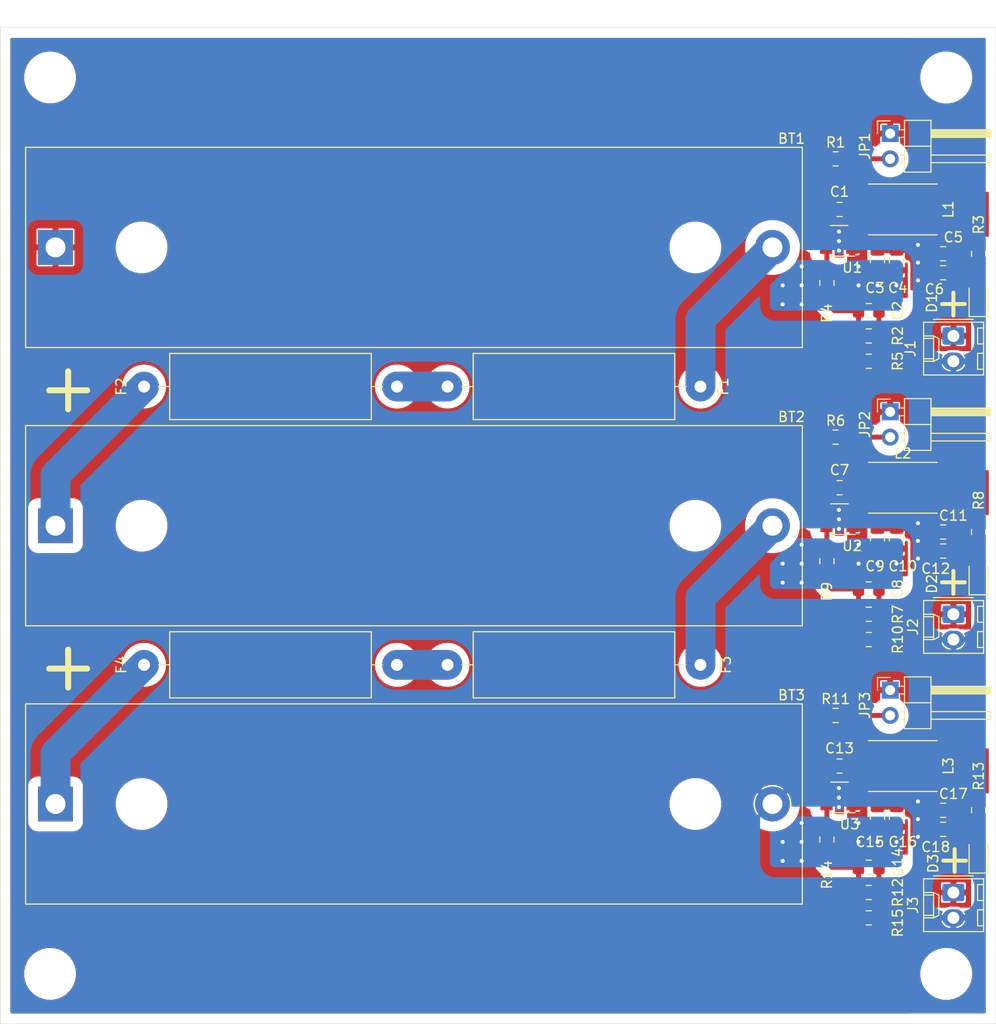
<source format=kicad_pcb>
(kicad_pcb (version 20171130) (host pcbnew 5.1.4)
  (layers (0 F.Cu signal hide) (31 B.Cu signal hide) (34 B.Paste user) (35 F.Paste user) (36 B.SilkS user) (37 F.SilkS user) (38 B.Mask user) (39 F.Mask user) (44 Edge.Cuts user))
  (net 0 "")
  (net 1 VDC)
  (net 2 "Net-(BT1-Pad2)")
  (net 3 "Net-(BT2-Pad2)")
  (net 4 GND)
  (net 5 "Net-(C1-Pad2)")
  (net 6 "Net-(C2-Pad2)")
  (net 7 "Net-(C7-Pad2)")
  (net 8 "Net-(C8-Pad2)")
  (net 9 "Net-(C13-Pad2)")
  (net 10 "Net-(C14-Pad2)")
  (net 11 "Net-(D1-Pad2)")
  (net 12 "Net-(D2-Pad2)")
  (net 13 "Net-(D3-Pad2)")
  (net 14 "Net-(JP1-Pad2)")
  (net 15 "Net-(JP2-Pad2)")
  (net 16 "Net-(JP3-Pad2)")
  (net 17 "Net-(R1-Pad1)")
  (net 18 "Net-(R6-Pad1)")
  (net 19 "Net-(R11-Pad1)")
  (net 20 /VOUT1)
  (net 21 /VOUT2)
  (net 22 /VOUT3)
  (net 23 /SW1)
  (net 24 /SW2)
  (net 25 /SW3)
  (net 26 /FB1)
  (net 27 /FB2)
  (net 28 /FB3)
  (net 29 "Net-(BT2-Pad1)")
  (net 30 "Net-(BT3-Pad1)")
  (net 31 "Net-(F1-Pad2)")
  (net 32 "Net-(F3-Pad2)")
  (module Resistor_THT:R_Axial_Power_L20.0mm_W6.4mm_P25.40mm (layer F.Cu) (at 139.84 113.97 180)
    (fp_text reference F4 (at 27.686 0 90) (layer F.SilkS))
    (fp_text value 3.15A)
    (pad 2 thru_hole oval (at 25.4 0 180) (size 2.4 2.4) (drill 1.2) (layers *.Cu *.Mask) (net 30 "Net-(BT3-Pad1)"))
    (pad 1 thru_hole circle (at 0 0 180) (size 2.4 2.4) (drill 1.2) (layers *.Cu *.Mask) (net 32 "Net-(F3-Pad2)"))
  )
  (module Resistor_THT:R_Axial_Power_L20.0mm_W6.4mm_P25.40mm (layer F.Cu) (at 170.32 113.97 180)
    (fp_text reference F3 (at -2.54 0 90) (layer F.SilkS))
    (fp_text value 85°C)
    (pad 2 thru_hole oval (at 25.4 0 180) (size 2.4 2.4) (drill 1.2) (layers *.Cu *.Mask) (net 32 "Net-(F3-Pad2)"))
    (pad 1 thru_hole circle (at 0 0 180) (size 2.4 2.4) (drill 1.2) (layers *.Cu *.Mask) (net 3 "Net-(BT2-Pad2)"))
  )
  (module Resistor_THT:R_Axial_Power_L20.0mm_W6.4mm_P25.40mm (layer F.Cu) (at 139.84 86.03 180)
    (fp_text reference F2 (at 27.686 0 90) (layer F.SilkS))
    (fp_text value 3.15A)
    (pad 2 thru_hole oval (at 25.4 0 180) (size 2.4 2.4) (drill 1.2) (layers *.Cu *.Mask) (net 29 "Net-(BT2-Pad1)"))
    (pad 1 thru_hole circle (at 0 0 180) (size 2.4 2.4) (drill 1.2) (layers *.Cu *.Mask) (net 31 "Net-(F1-Pad2)"))
  )
  (module Resistor_THT:R_Axial_Power_L20.0mm_W6.4mm_P25.40mm (layer F.Cu) (at 170.32 86.03 180)
    (fp_text reference F1 (at -2.286 0 90) (layer F.SilkS))
    (fp_text value 85°C)
    (pad 2 thru_hole oval (at 25.4 0 180) (size 2.4 2.4) (drill 1.2) (layers *.Cu *.Mask) (net 31 "Net-(F1-Pad2)"))
    (pad 1 thru_hole circle (at 0 0 180) (size 2.4 2.4) (drill 1.2) (layers *.Cu *.Mask) (net 2 "Net-(BT1-Pad2)"))
  )
  (module Package_TO_SOT_SMD:TSOT-23-6 (layer F.Cu) (at 184.29 127.305 180)
    (fp_text reference U3 (at -1.016 -2.667) (layer F.SilkS))
    (fp_text value AP65111AWU)
    (pad 6 smd rect (at 1.31 -0.95 180) (size 1.22 0.65) (layers F.Cu F.Paste F.Mask) (net 28 /FB3))
    (pad 5 smd rect (at 1.31 0 180) (size 1.22 0.65) (layers F.Cu F.Paste F.Mask) (net 19 "Net-(R11-Pad1)"))
    (pad 4 smd rect (at 1.31 0.95 180) (size 1.22 0.65) (layers F.Cu F.Paste F.Mask) (net 9 "Net-(C13-Pad2)"))
    (pad 3 smd rect (at -1.31 0.95 180) (size 1.22 0.65) (layers F.Cu F.Paste F.Mask) (net 25 /SW3))
    (pad 2 smd rect (at -1.31 0 180) (size 1.22 0.65) (layers F.Cu F.Paste F.Mask) (net 4 GND))
    (pad 1 smd rect (at -1.31 -0.95 180) (size 1.22 0.65) (layers F.Cu F.Paste F.Mask) (net 1 VDC))
  )
  (module Package_TO_SOT_SMD:TSOT-23-6 (layer F.Cu) (at 184.29 99.365 180)
    (fp_text reference U2 (at -1.27 -2.667) (layer F.SilkS))
    (fp_text value AP65111AWU)
    (pad 6 smd rect (at 1.31 -0.95 180) (size 1.22 0.65) (layers F.Cu F.Paste F.Mask) (net 27 /FB2))
    (pad 5 smd rect (at 1.31 0 180) (size 1.22 0.65) (layers F.Cu F.Paste F.Mask) (net 18 "Net-(R6-Pad1)"))
    (pad 4 smd rect (at 1.31 0.95 180) (size 1.22 0.65) (layers F.Cu F.Paste F.Mask) (net 7 "Net-(C7-Pad2)"))
    (pad 3 smd rect (at -1.31 0.95 180) (size 1.22 0.65) (layers F.Cu F.Paste F.Mask) (net 24 /SW2))
    (pad 2 smd rect (at -1.31 0 180) (size 1.22 0.65) (layers F.Cu F.Paste F.Mask) (net 4 GND))
    (pad 1 smd rect (at -1.31 -0.95 180) (size 1.22 0.65) (layers F.Cu F.Paste F.Mask) (net 1 VDC))
  )
  (module Package_TO_SOT_SMD:TSOT-23-6 (layer F.Cu) (at 184.25 71.425 180)
    (fp_text reference U1 (at -1.31 -2.667) (layer F.SilkS))
    (fp_text value AP65111AWU)
    (pad 6 smd rect (at 1.31 -0.95 180) (size 1.22 0.65) (layers F.Cu F.Paste F.Mask) (net 26 /FB1))
    (pad 5 smd rect (at 1.31 0 180) (size 1.22 0.65) (layers F.Cu F.Paste F.Mask) (net 17 "Net-(R1-Pad1)"))
    (pad 4 smd rect (at 1.31 0.95 180) (size 1.22 0.65) (layers F.Cu F.Paste F.Mask) (net 5 "Net-(C1-Pad2)"))
    (pad 3 smd rect (at -1.31 0.95 180) (size 1.22 0.65) (layers F.Cu F.Paste F.Mask) (net 23 /SW1))
    (pad 2 smd rect (at -1.31 0 180) (size 1.22 0.65) (layers F.Cu F.Paste F.Mask) (net 4 GND))
    (pad 1 smd rect (at -1.31 -0.95 180) (size 1.22 0.65) (layers F.Cu F.Paste F.Mask) (net 1 VDC))
  )
  (module Resistor_SMD:R_0805_2012Metric_Pad1.15x1.40mm_HandSolder (layer F.Cu) (at 187.22 139.37)
    (fp_text reference R15 (at 2.912 0.508 90) (layer F.SilkS))
    (fp_text value 7k68)
    (pad 2 smd roundrect (at 1.025 0) (size 1.15 1.4) (layers F.Cu F.Paste F.Mask) (roundrect_rratio 0.217391) (net 4 GND))
    (pad 1 smd roundrect (at -1.025 0) (size 1.15 1.4) (layers F.Cu F.Paste F.Mask) (roundrect_rratio 0.217391) (net 10 "Net-(C14-Pad2)"))
  )
  (module Resistor_SMD:R_0805_2012Metric_Pad1.15x1.40mm_HandSolder (layer F.Cu) (at 183.02 131.505 90)
    (fp_text reference R14 (at -3.547 0 90) (layer F.SilkS))
    (fp_text value 59k)
    (pad 2 smd roundrect (at 1.025 0 90) (size 1.15 1.4) (layers F.Cu F.Paste F.Mask) (roundrect_rratio 0.217391) (net 28 /FB3))
    (pad 1 smd roundrect (at -1.025 0 90) (size 1.15 1.4) (layers F.Cu F.Paste F.Mask) (roundrect_rratio 0.217391) (net 10 "Net-(C14-Pad2)"))
  )
  (module Resistor_SMD:R_0805_2012Metric_Pad1.15x1.40mm_HandSolder (layer F.Cu) (at 198.26 128.575 270)
    (fp_text reference R13 (at -3.429 0 90) (layer F.SilkS))
    (fp_text value 2k)
    (pad 2 smd roundrect (at 1.025 0 270) (size 1.15 1.4) (layers F.Cu F.Paste F.Mask) (roundrect_rratio 0.217391) (net 13 "Net-(D3-Pad2)"))
    (pad 1 smd roundrect (at -1.025 0 270) (size 1.15 1.4) (layers F.Cu F.Paste F.Mask) (roundrect_rratio 0.217391) (net 22 /VOUT3))
  )
  (module Resistor_SMD:R_0805_2012Metric_Pad1.15x1.40mm_HandSolder (layer F.Cu) (at 187.22 136.83 180)
    (fp_text reference R12 (at -2.912 0 90) (layer F.SilkS))
    (fp_text value 40k2)
    (pad 2 smd roundrect (at 1.025 0 180) (size 1.15 1.4) (layers F.Cu F.Paste F.Mask) (roundrect_rratio 0.217391) (net 10 "Net-(C14-Pad2)"))
    (pad 1 smd roundrect (at -1.025 0 180) (size 1.15 1.4) (layers F.Cu F.Paste F.Mask) (roundrect_rratio 0.217391) (net 22 /VOUT3))
  )
  (module Resistor_SMD:R_0805_2012Metric_Pad1.15x1.40mm_HandSolder (layer F.Cu) (at 183.9 119.05)
    (fp_text reference R11 (at 0 -1.65) (layer F.SilkS))
    (fp_text value 100k)
    (pad 2 smd roundrect (at 1.025 0) (size 1.15 1.4) (layers F.Cu F.Paste F.Mask) (roundrect_rratio 0.217391) (net 16 "Net-(JP3-Pad2)"))
    (pad 1 smd roundrect (at -1.025 0) (size 1.15 1.4) (layers F.Cu F.Paste F.Mask) (roundrect_rratio 0.217391) (net 19 "Net-(R11-Pad1)"))
  )
  (module Resistor_SMD:R_0805_2012Metric_Pad1.15x1.40mm_HandSolder (layer F.Cu) (at 187.22 111.43)
    (fp_text reference R10 (at 2.912 0 90) (layer F.SilkS))
    (fp_text value 7k68)
    (pad 2 smd roundrect (at 1.025 0) (size 1.15 1.4) (layers F.Cu F.Paste F.Mask) (roundrect_rratio 0.217391) (net 4 GND))
    (pad 1 smd roundrect (at -1.025 0) (size 1.15 1.4) (layers F.Cu F.Paste F.Mask) (roundrect_rratio 0.217391) (net 8 "Net-(C8-Pad2)"))
  )
  (module Resistor_SMD:R_0805_2012Metric_Pad1.15x1.40mm_HandSolder (layer F.Cu) (at 183.02 103.565 90)
    (fp_text reference R9 (at -3.039 0 90) (layer F.SilkS))
    (fp_text value 59k)
    (pad 2 smd roundrect (at 1.025 0 90) (size 1.15 1.4) (layers F.Cu F.Paste F.Mask) (roundrect_rratio 0.217391) (net 27 /FB2))
    (pad 1 smd roundrect (at -1.025 0 90) (size 1.15 1.4) (layers F.Cu F.Paste F.Mask) (roundrect_rratio 0.217391) (net 8 "Net-(C8-Pad2)"))
  )
  (module Resistor_SMD:R_0805_2012Metric_Pad1.15x1.40mm_HandSolder (layer F.Cu) (at 198.26 100.635 270)
    (fp_text reference R8 (at -3.175 0 90) (layer F.SilkS))
    (fp_text value 2k)
    (pad 2 smd roundrect (at 1.025 0 270) (size 1.15 1.4) (layers F.Cu F.Paste F.Mask) (roundrect_rratio 0.217391) (net 12 "Net-(D2-Pad2)"))
    (pad 1 smd roundrect (at -1.025 0 270) (size 1.15 1.4) (layers F.Cu F.Paste F.Mask) (roundrect_rratio 0.217391) (net 21 /VOUT2))
  )
  (module Resistor_SMD:R_0805_2012Metric_Pad1.15x1.40mm_HandSolder (layer F.Cu) (at 187.22 108.89 180)
    (fp_text reference R7 (at -2.912 0 90) (layer F.SilkS))
    (fp_text value 40k2)
    (pad 2 smd roundrect (at 1.025 0 180) (size 1.15 1.4) (layers F.Cu F.Paste F.Mask) (roundrect_rratio 0.217391) (net 8 "Net-(C8-Pad2)"))
    (pad 1 smd roundrect (at -1.025 0 180) (size 1.15 1.4) (layers F.Cu F.Paste F.Mask) (roundrect_rratio 0.217391) (net 21 /VOUT2))
  )
  (module Resistor_SMD:R_0805_2012Metric_Pad1.15x1.40mm_HandSolder (layer F.Cu) (at 183.9 91.11)
    (fp_text reference R6 (at 0 -1.65) (layer F.SilkS))
    (fp_text value 100k)
    (pad 2 smd roundrect (at 1.025 0) (size 1.15 1.4) (layers F.Cu F.Paste F.Mask) (roundrect_rratio 0.217391) (net 15 "Net-(JP2-Pad2)"))
    (pad 1 smd roundrect (at -1.025 0) (size 1.15 1.4) (layers F.Cu F.Paste F.Mask) (roundrect_rratio 0.217391) (net 18 "Net-(R6-Pad1)"))
  )
  (module Resistor_SMD:R_0805_2012Metric_Pad1.15x1.40mm_HandSolder (layer F.Cu) (at 187.22 83.49)
    (fp_text reference R5 (at 2.912 0 90) (layer F.SilkS))
    (fp_text value 7k68)
    (pad 2 smd roundrect (at 1.025 0) (size 1.15 1.4) (layers F.Cu F.Paste F.Mask) (roundrect_rratio 0.217391) (net 4 GND))
    (pad 1 smd roundrect (at -1.025 0) (size 1.15 1.4) (layers F.Cu F.Paste F.Mask) (roundrect_rratio 0.217391) (net 6 "Net-(C2-Pad2)"))
  )
  (module Resistor_SMD:R_0805_2012Metric_Pad1.15x1.40mm_HandSolder (layer F.Cu) (at 183.02 75.625 90)
    (fp_text reference R4 (at -3.039 0 90) (layer F.SilkS))
    (fp_text value 59k)
    (pad 2 smd roundrect (at 1.025 0 90) (size 1.15 1.4) (layers F.Cu F.Paste F.Mask) (roundrect_rratio 0.217391) (net 26 /FB1))
    (pad 1 smd roundrect (at -1.025 0 90) (size 1.15 1.4) (layers F.Cu F.Paste F.Mask) (roundrect_rratio 0.217391) (net 6 "Net-(C2-Pad2)"))
  )
  (module Resistor_SMD:R_0805_2012Metric_Pad1.15x1.40mm_HandSolder (layer F.Cu) (at 198.26 72.695 270)
    (fp_text reference R3 (at -2.921 0 90) (layer F.SilkS))
    (fp_text value 2k)
    (pad 2 smd roundrect (at 1.025 0 270) (size 1.15 1.4) (layers F.Cu F.Paste F.Mask) (roundrect_rratio 0.217391) (net 11 "Net-(D1-Pad2)"))
    (pad 1 smd roundrect (at -1.025 0 270) (size 1.15 1.4) (layers F.Cu F.Paste F.Mask) (roundrect_rratio 0.217391) (net 20 /VOUT1))
  )
  (module Resistor_SMD:R_0805_2012Metric_Pad1.15x1.40mm_HandSolder (layer F.Cu) (at 187.22 80.95 180)
    (fp_text reference R2 (at -2.912 0 90) (layer F.SilkS))
    (fp_text value 40k2)
    (pad 2 smd roundrect (at 1.025 0 180) (size 1.15 1.4) (layers F.Cu F.Paste F.Mask) (roundrect_rratio 0.217391) (net 6 "Net-(C2-Pad2)"))
    (pad 1 smd roundrect (at -1.025 0 180) (size 1.15 1.4) (layers F.Cu F.Paste F.Mask) (roundrect_rratio 0.217391) (net 20 /VOUT1))
  )
  (module Resistor_SMD:R_0805_2012Metric_Pad1.15x1.40mm_HandSolder (layer F.Cu) (at 183.9 63.17)
    (fp_text reference R1 (at 0 -1.65) (layer F.SilkS))
    (fp_text value 100k)
    (pad 2 smd roundrect (at 1.025 0) (size 1.15 1.4) (layers F.Cu F.Paste F.Mask) (roundrect_rratio 0.217391) (net 14 "Net-(JP1-Pad2)"))
    (pad 1 smd roundrect (at -1.025 0) (size 1.15 1.4) (layers F.Cu F.Paste F.Mask) (roundrect_rratio 0.217391) (net 17 "Net-(R1-Pad1)"))
  )
  (module Inductor_SMD:L_Taiyo-Yuden_NR-50xx_HandSoldering (layer F.Cu) (at 190.64 124.13)
    (fp_text reference L3 (at 4.572 0 90) (layer F.SilkS))
    (fp_text value 6µ8)
    (pad 2 smd rect (at 2.25 0) (size 2.4 4.2) (layers F.Cu F.Paste F.Mask) (net 22 /VOUT3))
    (pad 1 smd rect (at -2.25 0) (size 2.4 4.2) (layers F.Cu F.Paste F.Mask) (net 25 /SW3))
  )
  (module Inductor_SMD:L_Taiyo-Yuden_NR-50xx_HandSoldering (layer F.Cu) (at 190.64 96.19)
    (fp_text reference L2 (at 0 -3.45) (layer F.SilkS))
    (fp_text value 6µ8)
    (pad 2 smd rect (at 2.25 0) (size 2.4 4.2) (layers F.Cu F.Paste F.Mask) (net 21 /VOUT2))
    (pad 1 smd rect (at -2.25 0) (size 2.4 4.2) (layers F.Cu F.Paste F.Mask) (net 24 /SW2))
  )
  (module Inductor_SMD:L_Taiyo-Yuden_NR-50xx_HandSoldering (layer F.Cu) (at 190.64 68.25)
    (fp_text reference L1 (at 4.572 0 90) (layer F.SilkS))
    (fp_text value 6µ8)
    (pad 2 smd rect (at 2.25 0) (size 2.4 4.2) (layers F.Cu F.Paste F.Mask) (net 20 /VOUT1))
    (pad 1 smd rect (at -2.25 0) (size 2.4 4.2) (layers F.Cu F.Paste F.Mask) (net 23 /SW1))
  )
  (module Connector_PinHeader_2.54mm:PinHeader_1x02_P2.54mm_Horizontal (layer F.Cu) (at 189.37 116.51)
    (fp_text reference JP3 (at -2.54 1.524 90) (layer F.SilkS))
    (fp_text value ON)
    (pad 2 thru_hole oval (at 0 2.54) (size 1.7 1.7) (drill 1) (layers *.Cu *.Mask) (net 16 "Net-(JP3-Pad2)"))
    (pad 1 thru_hole rect (at 0 0) (size 1.7 1.7) (drill 1) (layers *.Cu *.Mask) (net 1 VDC))
  )
  (module Connector_PinHeader_2.54mm:PinHeader_1x02_P2.54mm_Horizontal (layer F.Cu) (at 189.37 88.57)
    (fp_text reference JP2 (at -2.54 1.27 90) (layer F.SilkS))
    (fp_text value ON)
    (pad 2 thru_hole oval (at 0 2.54) (size 1.7 1.7) (drill 1) (layers *.Cu *.Mask) (net 15 "Net-(JP2-Pad2)"))
    (pad 1 thru_hole rect (at 0 0) (size 1.7 1.7) (drill 1) (layers *.Cu *.Mask) (net 1 VDC))
  )
  (module Connector_PinHeader_2.54mm:PinHeader_1x02_P2.54mm_Horizontal (layer F.Cu) (at 189.37 60.63)
    (fp_text reference JP1 (at -2.54 1.27 90) (layer F.SilkS))
    (fp_text value ON)
    (pad 2 thru_hole oval (at 0 2.54) (size 1.7 1.7) (drill 1) (layers *.Cu *.Mask) (net 14 "Net-(JP1-Pad2)"))
    (pad 1 thru_hole rect (at 0 0) (size 1.7 1.7) (drill 1) (layers *.Cu *.Mask) (net 1 VDC))
  )
  (module Connector_Molex:Molex_KK-254_AE-6410-02A_1x02_P2.54mm_Vertical (layer F.Cu) (at 195.72 136.83 270)
    (fp_text reference J3 (at 1.27 4.064 90) (layer F.SilkS))
    (fp_text value OUT)
    (pad 2 thru_hole oval (at 2.54 0 270) (size 1.74 2.2) (drill 1.2) (layers *.Cu *.Mask) (net 4 GND))
    (pad 1 thru_hole roundrect (at 0 0 270) (size 1.74 2.2) (drill 1.2) (layers *.Cu *.Mask) (roundrect_rratio 0.143678) (net 22 /VOUT3))
  )
  (module Connector_Molex:Molex_KK-254_AE-6410-02A_1x02_P2.54mm_Vertical (layer F.Cu) (at 195.72 108.89 270)
    (fp_text reference J2 (at 1.27 4.064 90) (layer F.SilkS))
    (fp_text value OUT)
    (pad 2 thru_hole oval (at 2.54 0 270) (size 1.74 2.2) (drill 1.2) (layers *.Cu *.Mask) (net 4 GND))
    (pad 1 thru_hole roundrect (at 0 0 270) (size 1.74 2.2) (drill 1.2) (layers *.Cu *.Mask) (roundrect_rratio 0.143678) (net 21 /VOUT2))
  )
  (module Connector_Molex:Molex_KK-254_AE-6410-02A_1x02_P2.54mm_Vertical (layer F.Cu) (at 195.72 80.95 270)
    (fp_text reference J1 (at 1.27 4.318 90) (layer F.SilkS))
    (fp_text value OUT)
    (pad 2 thru_hole oval (at 2.54 0 270) (size 1.74 2.2) (drill 1.2) (layers *.Cu *.Mask) (net 4 GND))
    (pad 1 thru_hole roundrect (at 0 0 270) (size 1.74 2.2) (drill 1.2) (layers *.Cu *.Mask) (roundrect_rratio 0.143678) (net 20 /VOUT1))
  )
  (module LED_SMD:LED_0805_2012Metric_Pad1.15x1.40mm_HandSolder (layer F.Cu) (at 198.26 133.02 90)
    (fp_text reference D3 (at -0.889 -4.572 90) (layer F.SilkS))
    (fp_text value LED)
    (pad 2 smd roundrect (at 1.025 0 90) (size 1.15 1.4) (layers F.Cu F.Paste F.Mask) (roundrect_rratio 0.217391) (net 13 "Net-(D3-Pad2)"))
    (pad 1 smd roundrect (at -1.025 0 90) (size 1.15 1.4) (layers F.Cu F.Paste F.Mask) (roundrect_rratio 0.217391) (net 4 GND))
  )
  (module LED_SMD:LED_0805_2012Metric_Pad1.15x1.40mm_HandSolder (layer F.Cu) (at 198.26 105.08 90)
    (fp_text reference D2 (at -0.762 -4.699 90) (layer F.SilkS))
    (fp_text value LED)
    (pad 2 smd roundrect (at 1.025 0 90) (size 1.15 1.4) (layers F.Cu F.Paste F.Mask) (roundrect_rratio 0.217391) (net 12 "Net-(D2-Pad2)"))
    (pad 1 smd roundrect (at -1.025 0 90) (size 1.15 1.4) (layers F.Cu F.Paste F.Mask) (roundrect_rratio 0.217391) (net 4 GND))
  )
  (module LED_SMD:LED_0805_2012Metric_Pad1.15x1.40mm_HandSolder (layer F.Cu) (at 198.26 77.14 90)
    (fp_text reference D1 (at -0.508 -4.699 90) (layer F.SilkS))
    (fp_text value LED)
    (pad 2 smd roundrect (at 1.025 0 90) (size 1.15 1.4) (layers F.Cu F.Paste F.Mask) (roundrect_rratio 0.217391) (net 11 "Net-(D1-Pad2)"))
    (pad 1 smd roundrect (at -1.025 0 90) (size 1.15 1.4) (layers F.Cu F.Paste F.Mask) (roundrect_rratio 0.217391) (net 4 GND))
  )
  (module Capacitor_SMD:C_0805_2012Metric_Pad1.15x1.40mm_HandSolder (layer F.Cu) (at 194.695 130.48 180)
    (fp_text reference C18 (at 0.753 -1.778) (layer F.SilkS))
    (fp_text value 22µ)
    (pad 2 smd roundrect (at 1.025 0 180) (size 1.15 1.4) (layers F.Cu F.Paste F.Mask) (roundrect_rratio 0.217391) (net 4 GND))
    (pad 1 smd roundrect (at -1.025 0 180) (size 1.15 1.4) (layers F.Cu F.Paste F.Mask) (roundrect_rratio 0.217391) (net 22 /VOUT3))
  )
  (module Capacitor_SMD:C_0805_2012Metric_Pad1.15x1.40mm_HandSolder (layer F.Cu) (at 194.695 128.575 180)
    (fp_text reference C17 (at -1.025 1.651) (layer F.SilkS))
    (fp_text value 22µ)
    (pad 2 smd roundrect (at 1.025 0 180) (size 1.15 1.4) (layers F.Cu F.Paste F.Mask) (roundrect_rratio 0.217391) (net 4 GND))
    (pad 1 smd roundrect (at -1.025 0 180) (size 1.15 1.4) (layers F.Cu F.Paste F.Mask) (roundrect_rratio 0.217391) (net 22 /VOUT3))
  )
  (module Capacitor_SMD:C_0805_2012Metric_Pad1.15x1.40mm_HandSolder (layer F.Cu) (at 190.005 129.21 90)
    (fp_text reference C16 (at -2.54 0.635 180) (layer F.SilkS))
    (fp_text value 22µ)
    (pad 2 smd roundrect (at 1.025 0 90) (size 1.15 1.4) (layers F.Cu F.Paste F.Mask) (roundrect_rratio 0.217391) (net 4 GND))
    (pad 1 smd roundrect (at -1.025 0 90) (size 1.15 1.4) (layers F.Cu F.Paste F.Mask) (roundrect_rratio 0.217391) (net 1 VDC))
  )
  (module Capacitor_SMD:C_0805_2012Metric_Pad1.15x1.40mm_HandSolder (layer F.Cu) (at 188.1 129.21 90)
    (fp_text reference C15 (at -2.54 -0.762 180) (layer F.SilkS))
    (fp_text value 22µ)
    (pad 2 smd roundrect (at 1.025 0 90) (size 1.15 1.4) (layers F.Cu F.Paste F.Mask) (roundrect_rratio 0.217391) (net 4 GND))
    (pad 1 smd roundrect (at -1.025 0 90) (size 1.15 1.4) (layers F.Cu F.Paste F.Mask) (roundrect_rratio 0.217391) (net 1 VDC))
  )
  (module Capacitor_SMD:C_0805_2012Metric_Pad1.15x1.40mm_HandSolder (layer F.Cu) (at 187.22 134.29 180)
    (fp_text reference C14 (at -2.912 0.508 90) (layer F.SilkS))
    (fp_text value 100p)
    (pad 2 smd roundrect (at 1.025 0 180) (size 1.15 1.4) (layers F.Cu F.Paste F.Mask) (roundrect_rratio 0.217391) (net 10 "Net-(C14-Pad2)"))
    (pad 1 smd roundrect (at -1.025 0 180) (size 1.15 1.4) (layers F.Cu F.Paste F.Mask) (roundrect_rratio 0.217391) (net 22 /VOUT3))
  )
  (module Capacitor_SMD:C_0805_2012Metric_Pad1.15x1.40mm_HandSolder (layer F.Cu) (at 184.29 124.13 180)
    (fp_text reference C13 (at 0 1.778) (layer F.SilkS))
    (fp_text value 1µ)
    (pad 2 smd roundrect (at 1.025 0 180) (size 1.15 1.4) (layers F.Cu F.Paste F.Mask) (roundrect_rratio 0.217391) (net 9 "Net-(C13-Pad2)"))
    (pad 1 smd roundrect (at -1.025 0 180) (size 1.15 1.4) (layers F.Cu F.Paste F.Mask) (roundrect_rratio 0.217391) (net 25 /SW3))
  )
  (module Capacitor_SMD:C_0805_2012Metric_Pad1.15x1.40mm_HandSolder (layer F.Cu) (at 194.695 102.54 180)
    (fp_text reference C12 (at 0.753 -1.778) (layer F.SilkS))
    (fp_text value 22µ)
    (pad 2 smd roundrect (at 1.025 0 180) (size 1.15 1.4) (layers F.Cu F.Paste F.Mask) (roundrect_rratio 0.217391) (net 4 GND))
    (pad 1 smd roundrect (at -1.025 0 180) (size 1.15 1.4) (layers F.Cu F.Paste F.Mask) (roundrect_rratio 0.217391) (net 21 /VOUT2))
  )
  (module Capacitor_SMD:C_0805_2012Metric_Pad1.15x1.40mm_HandSolder (layer F.Cu) (at 194.695 100.635 180)
    (fp_text reference C11 (at -1.025 1.651 180) (layer F.SilkS))
    (fp_text value 22µ)
    (pad 2 smd roundrect (at 1.025 0 180) (size 1.15 1.4) (layers F.Cu F.Paste F.Mask) (roundrect_rratio 0.217391) (net 4 GND))
    (pad 1 smd roundrect (at -1.025 0 180) (size 1.15 1.4) (layers F.Cu F.Paste F.Mask) (roundrect_rratio 0.217391) (net 21 /VOUT2))
  )
  (module Capacitor_SMD:C_0805_2012Metric_Pad1.15x1.40mm_HandSolder (layer F.Cu) (at 190.005 101.27 90)
    (fp_text reference C10 (at -2.794 0.635 180) (layer F.SilkS))
    (fp_text value 22µ)
    (pad 2 smd roundrect (at 1.025 0 90) (size 1.15 1.4) (layers F.Cu F.Paste F.Mask) (roundrect_rratio 0.217391) (net 4 GND))
    (pad 1 smd roundrect (at -1.025 0 90) (size 1.15 1.4) (layers F.Cu F.Paste F.Mask) (roundrect_rratio 0.217391) (net 1 VDC))
  )
  (module Capacitor_SMD:C_0805_2012Metric_Pad1.15x1.40mm_HandSolder (layer F.Cu) (at 188.1 101.27 90)
    (fp_text reference C9 (at -2.794 -0.254 180) (layer F.SilkS))
    (fp_text value 22µ)
    (pad 2 smd roundrect (at 1.025 0 90) (size 1.15 1.4) (layers F.Cu F.Paste F.Mask) (roundrect_rratio 0.217391) (net 4 GND))
    (pad 1 smd roundrect (at -1.025 0 90) (size 1.15 1.4) (layers F.Cu F.Paste F.Mask) (roundrect_rratio 0.217391) (net 1 VDC))
  )
  (module Capacitor_SMD:C_0805_2012Metric_Pad1.15x1.40mm_HandSolder (layer F.Cu) (at 187.22 106.35 180)
    (fp_text reference C8 (at -2.912 0 90) (layer F.SilkS))
    (fp_text value 100p)
    (pad 2 smd roundrect (at 1.025 0 180) (size 1.15 1.4) (layers F.Cu F.Paste F.Mask) (roundrect_rratio 0.217391) (net 8 "Net-(C8-Pad2)"))
    (pad 1 smd roundrect (at -1.025 0 180) (size 1.15 1.4) (layers F.Cu F.Paste F.Mask) (roundrect_rratio 0.217391) (net 21 /VOUT2))
  )
  (module Capacitor_SMD:C_0805_2012Metric_Pad1.15x1.40mm_HandSolder (layer F.Cu) (at 184.29 96.19 180)
    (fp_text reference C7 (at 0 1.778) (layer F.SilkS))
    (fp_text value 1µ)
    (pad 2 smd roundrect (at 1.025 0 180) (size 1.15 1.4) (layers F.Cu F.Paste F.Mask) (roundrect_rratio 0.217391) (net 7 "Net-(C7-Pad2)"))
    (pad 1 smd roundrect (at -1.025 0 180) (size 1.15 1.4) (layers F.Cu F.Paste F.Mask) (roundrect_rratio 0.217391) (net 24 /SW2))
  )
  (module Capacitor_SMD:C_0805_2012Metric_Pad1.15x1.40mm_HandSolder (layer F.Cu) (at 194.695 74.6 180)
    (fp_text reference C6 (at 0.88 -1.65) (layer F.SilkS))
    (fp_text value 22µ)
    (pad 2 smd roundrect (at 1.025 0 180) (size 1.15 1.4) (layers F.Cu F.Paste F.Mask) (roundrect_rratio 0.217391) (net 4 GND))
    (pad 1 smd roundrect (at -1.025 0 180) (size 1.15 1.4) (layers F.Cu F.Paste F.Mask) (roundrect_rratio 0.217391) (net 20 /VOUT1))
  )
  (module Capacitor_SMD:C_0805_2012Metric_Pad1.15x1.40mm_HandSolder (layer F.Cu) (at 194.695 72.695 180)
    (fp_text reference C5 (at -1.025 1.651) (layer F.SilkS))
    (fp_text value 22µ)
    (pad 2 smd roundrect (at 1.025 0 180) (size 1.15 1.4) (layers F.Cu F.Paste F.Mask) (roundrect_rratio 0.217391) (net 4 GND))
    (pad 1 smd roundrect (at -1.025 0 180) (size 1.15 1.4) (layers F.Cu F.Paste F.Mask) (roundrect_rratio 0.217391) (net 20 /VOUT1))
  )
  (module Capacitor_SMD:C_0805_2012Metric_Pad1.15x1.40mm_HandSolder (layer F.Cu) (at 190.005 73.339 90)
    (fp_text reference C4 (at -2.785 0.127 180) (layer F.SilkS))
    (fp_text value 22µ)
    (pad 2 smd roundrect (at 1.025 0 90) (size 1.15 1.4) (layers F.Cu F.Paste F.Mask) (roundrect_rratio 0.217391) (net 4 GND))
    (pad 1 smd roundrect (at -1.025 0 90) (size 1.15 1.4) (layers F.Cu F.Paste F.Mask) (roundrect_rratio 0.217391) (net 1 VDC))
  )
  (module Capacitor_SMD:C_0805_2012Metric_Pad1.15x1.40mm_HandSolder (layer F.Cu) (at 188.1 73.339 90)
    (fp_text reference C3 (at -2.785 -0.254 180) (layer F.SilkS))
    (fp_text value 22µ)
    (pad 2 smd roundrect (at 1.025 0 90) (size 1.15 1.4) (layers F.Cu F.Paste F.Mask) (roundrect_rratio 0.217391) (net 4 GND))
    (pad 1 smd roundrect (at -1.025 0 90) (size 1.15 1.4) (layers F.Cu F.Paste F.Mask) (roundrect_rratio 0.217391) (net 1 VDC))
  )
  (module Capacitor_SMD:C_0805_2012Metric_Pad1.15x1.40mm_HandSolder (layer F.Cu) (at 187.22 78.41 180)
    (fp_text reference C2 (at -2.912 0 90) (layer F.SilkS))
    (fp_text value 100p)
    (pad 2 smd roundrect (at 1.025 0 180) (size 1.15 1.4) (layers F.Cu F.Paste F.Mask) (roundrect_rratio 0.217391) (net 6 "Net-(C2-Pad2)"))
    (pad 1 smd roundrect (at -1.025 0 180) (size 1.15 1.4) (layers F.Cu F.Paste F.Mask) (roundrect_rratio 0.217391) (net 20 /VOUT1))
  )
  (module Capacitor_SMD:C_0805_2012Metric_Pad1.15x1.40mm_HandSolder (layer F.Cu) (at 184.29 68.25 180)
    (fp_text reference C1 (at 0 1.778) (layer F.SilkS))
    (fp_text value 1µ)
    (pad 2 smd roundrect (at 1.025 0 180) (size 1.15 1.4) (layers F.Cu F.Paste F.Mask) (roundrect_rratio 0.217391) (net 5 "Net-(C1-Pad2)"))
    (pad 1 smd roundrect (at -1.025 0 180) (size 1.15 1.4) (layers F.Cu F.Paste F.Mask) (roundrect_rratio 0.217391) (net 23 /SW1))
  )
  (module Battery:BatteryHolder_MPD_BH-18650-PC2 (layer F.Cu) (at 105.55 127.94)
    (fp_text reference BT3 (at 73.914 -10.922) (layer F.SilkS))
    (fp_text value 18650)
    (pad "" np_thru_hole circle (at 64.255 0) (size 3.2 3.2) (drill 3.2) (layers *.Cu *.Mask))
    (pad "" np_thru_hole circle (at 8.645 0) (size 3.2 3.2) (drill 3.2) (layers *.Cu *.Mask))
    (pad 1 thru_hole rect (at 0 0) (size 3.5 3.5) (drill 2) (layers *.Cu *.Mask) (net 30 "Net-(BT3-Pad1)"))
    (pad 2 thru_hole circle (at 72 0) (size 3.5 3.5) (drill 2) (layers *.Cu *.Mask) (net 4 GND))
  )
  (module Battery:BatteryHolder_MPD_BH-18650-PC2 (layer F.Cu) (at 105.55 100)
    (fp_text reference BT2 (at 73.914 -10.922) (layer F.SilkS))
    (fp_text value 18650)
    (pad "" np_thru_hole circle (at 64.255 0) (size 3.2 3.2) (drill 3.2) (layers *.Cu *.Mask))
    (pad "" np_thru_hole circle (at 8.645 0) (size 3.2 3.2) (drill 3.2) (layers *.Cu *.Mask))
    (pad 1 thru_hole rect (at 0 0) (size 3.5 3.5) (drill 2) (layers *.Cu *.Mask) (net 29 "Net-(BT2-Pad1)"))
    (pad 2 thru_hole circle (at 72 0) (size 3.5 3.5) (drill 2) (layers *.Cu *.Mask) (net 3 "Net-(BT2-Pad2)"))
  )
  (module Battery:BatteryHolder_MPD_BH-18650-PC2 (layer F.Cu) (at 105.55 72.06)
    (fp_text reference BT1 (at 73.914 -10.922) (layer F.SilkS))
    (fp_text value 18650)
    (pad "" np_thru_hole circle (at 64.255 0) (size 3.2 3.2) (drill 3.2) (layers *.Cu *.Mask))
    (pad "" np_thru_hole circle (at 8.645 0) (size 3.2 3.2) (drill 3.2) (layers *.Cu *.Mask))
    (pad 1 thru_hole rect (at 0 0) (size 3.5 3.5) (drill 2) (layers *.Cu *.Mask) (net 1 VDC))
    (pad 2 thru_hole circle (at 72 0) (size 3.5 3.5) (drill 2) (layers *.Cu *.Mask) (net 2 "Net-(BT1-Pad2)"))
  )
  (module MountingHole:MountingHole_3.2mm_M3_DIN965 (layer F.Cu) (at 195 145)
    (fp_text reference REF** hide)
    (fp_text value MountingHole_3.2mm_M3_DIN965 hide)
    (pad 1 np_thru_hole circle (at 0 0) (size 3.2 3.2) (drill 3.2) (layers *.Cu *.Mask))
  )
  (module MountingHole:MountingHole_3.2mm_M3_DIN965 (layer F.Cu) (at 195 55)
    (fp_text reference REF** hide)
    (fp_text value MountingHole_3.2mm_M3_DIN965 hide)
    (pad 1 np_thru_hole circle (at 0 0) (size 3.2 3.2) (drill 3.2) (layers *.Cu *.Mask))
  )
  (module MountingHole:MountingHole_3.2mm_M3_DIN965 (layer F.Cu) (at 105 55)
    (fp_text reference REF** hide)
    (fp_text value MountingHole_3.2mm_M3_DIN965 hide)
    (pad 1 np_thru_hole circle (at 0 0) (size 3.2 3.2) (drill 3.2) (layers *.Cu *.Mask))
  )
  (module MountingHole:MountingHole_3.2mm_M3_DIN965 (layer F.Cu) (at 105 145)
    (fp_text reference REF** hide)
    (fp_text value MountingHole_3.2mm_M3_DIN965 hide)
    (pad 1 np_thru_hole circle (at 0 0) (size 3.2 3.2) (drill 3.2) (layers *.Cu *.Mask))
  )
  (gr_text + (at 195.72 77.521) (layer F.SilkS) (effects (font (size 3 3) (thickness 0.4))))
  (gr_text + (at 195.72 105.461) (layer F.SilkS) (effects (font (size 3 3) (thickness 0.4))))
  (gr_text + (at 195.847 133.401) (layer F.SilkS) (effects (font (size 3 3) (thickness 0.4))))
  (gr_text + (at 106.82 113.97) (layer F.SilkS) (effects (font (size 5 5) (thickness 0.6))))
  (gr_text + (at 106.82 86.03) (layer F.SilkS) (effects (font (size 5 5) (thickness 0.6))))
  (gr_line (start 100 150) (end 100 50) (layer Edge.Cuts) (width 0.05))
  (gr_line (start 200 150) (end 100 150) (layer Edge.Cuts) (width 0.05))
  (gr_line (start 200 50) (end 200 150) (layer Edge.Cuts) (width 0.05))
  (gr_line (start 100 50) (end 200 50) (layer Edge.Cuts) (width 0.05))
  (via (at 190.005 75.87) (size 0.8) (drill 0.4) (layers F.Cu B.Cu) (net 1))
  (via (at 188.1 75.87) (size 0.8) (drill 0.4) (layers F.Cu B.Cu) (net 1))
  (via (at 186.195 75.87) (size 0.8) (drill 0.4) (layers F.Cu B.Cu) (net 1))
  (via (at 186.195 73.965) (size 0.8) (drill 0.4) (layers F.Cu B.Cu) (net 1))
  (via (at 180.48 77.775) (size 0.8) (drill 0.4) (layers F.Cu B.Cu) (net 1))
  (via (at 180.48 75.87) (size 0.8) (drill 0.4) (layers F.Cu B.Cu) (net 1))
  (via (at 180.48 73.965) (size 0.8) (drill 0.4) (layers F.Cu B.Cu) (net 1))
  (via (at 178.575 77.775) (size 0.8) (drill 0.4) (layers F.Cu B.Cu) (net 1))
  (via (at 178.575 75.87) (size 0.8) (drill 0.4) (layers F.Cu B.Cu) (net 1))
  (via (at 186.195 103.81) (size 0.8) (drill 0.4) (layers F.Cu B.Cu) (net 1))
  (via (at 188.1 103.81) (size 0.8) (drill 0.4) (layers F.Cu B.Cu) (net 1))
  (via (at 180.48 101.905) (size 0.8) (drill 0.4) (layers F.Cu B.Cu) (net 1))
  (via (at 180.48 103.81) (size 0.8) (drill 0.4) (layers F.Cu B.Cu) (net 1))
  (via (at 178.575 103.81) (size 0.8) (drill 0.4) (layers F.Cu B.Cu) (net 1))
  (via (at 178.575 105.715) (size 0.8) (drill 0.4) (layers F.Cu B.Cu) (net 1))
  (via (at 190.005 103.81) (size 0.8) (drill 0.4) (layers F.Cu B.Cu) (net 1))
  (via (at 180.48 105.715) (size 0.8) (drill 0.4) (layers F.Cu B.Cu) (net 1))
  (via (at 186.195 101.905) (size 0.8) (drill 0.4) (layers F.Cu B.Cu) (net 1))
  (via (at 190.005 131.75) (size 0.8) (drill 0.4) (layers F.Cu B.Cu) (net 1))
  (via (at 180.48 133.655) (size 0.8) (drill 0.4) (layers F.Cu B.Cu) (net 1))
  (via (at 186.195 131.75) (size 0.8) (drill 0.4) (layers F.Cu B.Cu) (net 1))
  (via (at 180.48 129.845) (size 0.8) (drill 0.4) (layers F.Cu B.Cu) (net 1))
  (via (at 178.575 131.75) (size 0.8) (drill 0.4) (layers F.Cu B.Cu) (net 1))
  (via (at 188.1 131.75) (size 0.8) (drill 0.4) (layers F.Cu B.Cu) (net 1))
  (via (at 186.195 129.845) (size 0.8) (drill 0.4) (layers F.Cu B.Cu) (net 1))
  (via (at 178.575 133.655) (size 0.8) (drill 0.4) (layers F.Cu B.Cu) (net 1))
  (via (at 180.48 131.75) (size 0.8) (drill 0.4) (layers F.Cu B.Cu) (net 1))
  (segment (start 170.32 79.29) (end 177.55 72.06) (width 3) (layer B.Cu) (net 2))
  (segment (start 170.32 86.03) (end 170.32 79.29) (width 3) (layer B.Cu) (net 2))
  (segment (start 170.32 107.23) (end 177.55 100) (width 3) (layer B.Cu) (net 3))
  (segment (start 170.32 113.97) (end 170.32 107.23) (width 3) (layer B.Cu) (net 3))
  (via (at 184.2265 70.4725) (size 0.8) (drill 0.4) (layers F.Cu B.Cu) (net 4))
  (via (at 184.2265 71.425) (size 0.8) (drill 0.4) (layers F.Cu B.Cu) (net 4))
  (via (at 184.2265 72.3775) (size 0.8) (drill 0.4) (layers F.Cu B.Cu) (net 4))
  (via (at 192.164 71.806) (size 0.8) (drill 0.4) (layers F.Cu B.Cu) (net 4))
  (via (at 192.164 73.584) (size 0.8) (drill 0.4) (layers F.Cu B.Cu) (net 4))
  (via (at 192.164 75.362) (size 0.8) (drill 0.4) (layers F.Cu B.Cu) (net 4))
  (via (at 192.164 103.302) (size 0.8) (drill 0.4) (layers F.Cu B.Cu) (net 4))
  (via (at 184.2265 98.4125) (size 0.8) (drill 0.4) (layers F.Cu B.Cu) (net 4))
  (via (at 192.164 101.524) (size 0.8) (drill 0.4) (layers F.Cu B.Cu) (net 4))
  (via (at 192.164 99.746) (size 0.8) (drill 0.4) (layers F.Cu B.Cu) (net 4))
  (via (at 184.2265 100.3175) (size 0.8) (drill 0.4) (layers F.Cu B.Cu) (net 4))
  (via (at 184.2265 99.365) (size 0.8) (drill 0.4) (layers F.Cu B.Cu) (net 4))
  (via (at 184.2265 127.305) (size 0.8) (drill 0.4) (layers F.Cu B.Cu) (net 4))
  (via (at 192.164 131.242) (size 0.8) (drill 0.4) (layers F.Cu B.Cu) (net 4))
  (via (at 192.164 129.464) (size 0.8) (drill 0.4) (layers F.Cu B.Cu) (net 4))
  (via (at 184.2265 128.2575) (size 0.8) (drill 0.4) (layers F.Cu B.Cu) (net 4))
  (via (at 192.164 127.686) (size 0.8) (drill 0.4) (layers F.Cu B.Cu) (net 4))
  (via (at 184.2265 126.3525) (size 0.8) (drill 0.4) (layers F.Cu B.Cu) (net 4))
  (segment (start 188.245 139.37) (end 195.72 139.37) (width 0.5) (layer F.Cu) (net 4))
  (segment (start 188.245 111.43) (end 195.72 111.43) (width 0.5) (layer F.Cu) (net 4))
  (segment (start 188.245 83.49) (end 195.72 83.49) (width 0.5) (layer F.Cu) (net 4))
  (segment (start 198.26 134.045) (end 198.26 138.735) (width 0.5) (layer F.Cu) (net 4))
  (segment (start 197.625 139.37) (end 195.72 139.37) (width 0.5) (layer F.Cu) (net 4))
  (segment (start 198.26 138.735) (end 197.625 139.37) (width 0.5) (layer F.Cu) (net 4))
  (segment (start 198.26 106.105) (end 198.26 110.795) (width 0.5) (layer F.Cu) (net 4))
  (segment (start 197.625 111.43) (end 195.72 111.43) (width 0.5) (layer F.Cu) (net 4))
  (segment (start 198.26 110.795) (end 197.625 111.43) (width 0.5) (layer F.Cu) (net 4))
  (segment (start 198.26 78.165) (end 198.26 82.855) (width 0.5) (layer F.Cu) (net 4))
  (segment (start 197.625 83.49) (end 195.72 83.49) (width 0.5) (layer F.Cu) (net 4))
  (segment (start 198.26 82.855) (end 197.625 83.49) (width 0.5) (layer F.Cu) (net 4))
  (segment (start 183.265 70.15) (end 182.94 70.475) (width 0.5) (layer F.Cu) (net 5))
  (segment (start 183.265 68.25) (end 183.265 70.15) (width 0.5) (layer F.Cu) (net 5))
  (segment (start 186.195 83.49) (end 186.195 78.41) (width 0.5) (layer F.Cu) (net 6))
  (segment (start 186.195 78.41) (end 183.782 78.41) (width 0.5) (layer F.Cu) (net 6))
  (segment (start 183.02 77.648) (end 183.02 76.65) (width 0.5) (layer F.Cu) (net 6))
  (segment (start 183.782 78.41) (end 183.02 77.648) (width 0.5) (layer F.Cu) (net 6))
  (segment (start 183.265 98.13) (end 182.98 98.415) (width 0.5) (layer F.Cu) (net 7))
  (segment (start 183.265 96.19) (end 183.265 98.13) (width 0.5) (layer F.Cu) (net 7))
  (segment (start 186.195 111.43) (end 186.195 106.35) (width 0.5) (layer F.Cu) (net 8))
  (segment (start 186.195 106.35) (end 183.528 106.35) (width 0.5) (layer F.Cu) (net 8))
  (segment (start 183.02 105.842) (end 183.02 104.59) (width 0.5) (layer F.Cu) (net 8))
  (segment (start 183.528 106.35) (end 183.02 105.842) (width 0.5) (layer F.Cu) (net 8))
  (segment (start 183.265 126.07) (end 182.98 126.355) (width 0.5) (layer F.Cu) (net 9))
  (segment (start 183.265 124.13) (end 183.265 126.07) (width 0.5) (layer F.Cu) (net 9))
  (segment (start 186.195 139.37) (end 186.195 134.29) (width 0.5) (layer F.Cu) (net 10))
  (segment (start 186.195 134.29) (end 183.528 134.29) (width 0.5) (layer F.Cu) (net 10))
  (segment (start 183.02 133.782) (end 183.02 132.53) (width 0.5) (layer F.Cu) (net 10))
  (segment (start 183.528 134.29) (end 183.02 133.782) (width 0.5) (layer F.Cu) (net 10))
  (segment (start 198.26 73.72) (end 198.26 76.115) (width 0.5) (layer F.Cu) (net 11))
  (segment (start 198.26 101.66) (end 198.26 104.055) (width 0.5) (layer F.Cu) (net 12))
  (segment (start 198.26 129.6) (end 198.26 131.995) (width 0.5) (layer F.Cu) (net 13))
  (segment (start 184.925 63.17) (end 189.37 63.17) (width 0.5) (layer F.Cu) (net 14))
  (segment (start 184.925 91.11) (end 189.37 91.11) (width 0.5) (layer F.Cu) (net 15))
  (segment (start 184.925 119.05) (end 189.37 119.05) (width 0.5) (layer F.Cu) (net 16))
  (segment (start 182.875 63.17) (end 181.115 64.93) (width 0.5) (layer F.Cu) (net 17))
  (segment (start 181.115 64.93) (end 181.115 70.79) (width 0.5) (layer F.Cu) (net 17))
  (segment (start 181.75 71.425) (end 182.94 71.425) (width 0.5) (layer F.Cu) (net 17))
  (segment (start 181.115 70.79) (end 181.75 71.425) (width 0.5) (layer F.Cu) (net 17))
  (segment (start 182.875 91.11) (end 181.115 92.87) (width 0.5) (layer F.Cu) (net 18))
  (segment (start 181.115 92.87) (end 181.115 98.73) (width 0.5) (layer F.Cu) (net 18))
  (segment (start 181.115 98.73) (end 181.75 99.365) (width 0.5) (layer F.Cu) (net 18))
  (segment (start 181.75 99.365) (end 182.385 99.365) (width 0.5) (layer F.Cu) (net 18))
  (segment (start 182.385 99.365) (end 182.98 99.365) (width 0.5) (layer F.Cu) (net 18))
  (segment (start 182.875 119.05) (end 181.115 120.81) (width 0.5) (layer F.Cu) (net 19))
  (segment (start 181.115 120.81) (end 181.115 126.67) (width 0.5) (layer F.Cu) (net 19))
  (segment (start 181.115 126.67) (end 181.75 127.305) (width 0.5) (layer F.Cu) (net 19))
  (segment (start 181.75 127.305) (end 182.98 127.305) (width 0.5) (layer F.Cu) (net 19))
  (segment (start 193.325 69.737) (end 192.6 69.012) (width 1) (layer F.Cu) (net 20))
  (segment (start 188.245 80.95) (end 188.245 78.41) (width 0.5) (layer F.Cu) (net 20))
  (segment (start 188.245 80.95) (end 195.72 80.95) (width 0.5) (layer F.Cu) (net 20))
  (segment (start 188.245 106.35) (end 188.245 108.89) (width 0.5) (layer F.Cu) (net 21))
  (segment (start 195.72 108.89) (end 188.245 108.89) (width 0.5) (layer F.Cu) (net 21))
  (segment (start 188.245 136.83) (end 195.72 136.83) (width 0.5) (layer F.Cu) (net 22))
  (segment (start 188.245 136.83) (end 188.245 134.29) (width 0.5) (layer F.Cu) (net 22))
  (segment (start 183.02 72.455) (end 182.94 72.375) (width 0.5) (layer F.Cu) (net 26))
  (segment (start 183.02 74.6) (end 183.02 72.455) (width 0.5) (layer F.Cu) (net 26))
  (segment (start 183.02 100.355) (end 182.98 100.315) (width 0.5) (layer F.Cu) (net 27))
  (segment (start 183.02 102.54) (end 183.02 100.355) (width 0.5) (layer F.Cu) (net 27))
  (segment (start 183.02 128.295) (end 182.98 128.255) (width 0.5) (layer F.Cu) (net 28))
  (segment (start 183.02 130.48) (end 183.02 128.295) (width 0.5) (layer F.Cu) (net 28))
  (segment (start 105.55 94.92) (end 114.44 86.03) (width 3) (layer B.Cu) (net 29))
  (segment (start 105.55 100) (end 105.55 94.92) (width 3) (layer B.Cu) (net 29))
  (segment (start 105.55 122.86) (end 114.44 113.97) (width 3) (layer B.Cu) (net 30))
  (segment (start 105.55 127.94) (end 105.55 122.86) (width 3) (layer B.Cu) (net 30))
  (segment (start 139.84 86.03) (end 144.92 86.03) (width 3) (layer B.Cu) (net 31))
  (segment (start 139.84 113.97) (end 144.92 113.97) (width 3) (layer B.Cu) (net 32))
  (zone (net 23) (net_name /SW1) (layer F.Cu) (priority 10) (connect_pads (clearance 0.254)) (min_thickness 0.25) (fill yes (arc_segments 32) (thermal_gap 0.15) (thermal_bridge_width 0.6) (smoothing fillet) (radius 0.1))
    (polygon (pts (xy 185.052 70.79) (xy 188.862 70.79) (xy 188.862 66.218) (xy 187.338 66.218) (xy 187.338 67.742) (xy 185.052 67.742)))
  )
  (zone (net 4) (net_name GND) (layer F.Cu) (priority 5) (connect_pads (clearance 0.254)) (min_thickness 0.25) (fill yes (arc_segments 32) (thermal_gap 0.15) (thermal_bridge_width 0.6) (smoothing fillet) (radius 0.1))
    (polygon (pts (xy 183.782 70.028) (xy 194.704 70.028) (xy 194.704 76.378) (xy 190.894 76.378) (xy 190.894 73.076) (xy 183.782 73.076)))
  )
  (zone (net 1) (net_name VDC) (layer F.Cu) (priority 7) (connect_pads (clearance 0.254)) (min_thickness 0.25) (fill yes (arc_segments 32) (thermal_gap 0.15) (thermal_bridge_width 0.6) (smoothing fillet) (radius 0.1))
    (polygon (pts (xy 185.052 72.06) (xy 187.084 72.06) (xy 187.084 72.822) (xy 187.084 73.584) (xy 191.148 73.584) (xy 191.148 77.14) (xy 185.052 77.14)))
  )
  (zone (net 20) (net_name /VOUT1) (layer F.Cu) (priority 10) (connect_pads (clearance 0.254)) (min_thickness 0.25) (fill yes (arc_segments 32) (thermal_gap 0.15) (thermal_bridge_width 0.6) (smoothing fillet) (radius 0.1))
    (polygon (pts (xy 192.418 70.79) (xy 192.418 66.472) (xy 199.276 66.472) (xy 199.276 72.568) (xy 197.498 72.568) (xy 197.498 82.474) (xy 191.91 82.474) (xy 191.91 76.632) (xy 194.958 76.632) (xy 194.958 70.79)))
  )
  (zone (net 4) (net_name GND) (layer F.Cu) (priority 5) (connect_pads (clearance 0.254)) (min_thickness 0.25) (fill yes (arc_segments 32) (thermal_gap 0.15) (thermal_bridge_width 0.6) (smoothing fillet) (radius 0.1))
    (polygon (pts (xy 183.782 97.968) (xy 194.704 97.968) (xy 194.704 104.318) (xy 190.894 104.318) (xy 190.894 101.016) (xy 183.782 101.016)))
  )
  (zone (net 21) (net_name /VOUT2) (layer F.Cu) (priority 10) (connect_pads (clearance 0.254)) (min_thickness 0.25) (fill yes (arc_segments 32) (thermal_gap 0.15) (thermal_bridge_width 0.6) (smoothing fillet) (radius 0.1))
    (polygon (pts (xy 192.418 98.73) (xy 192.418 94.412) (xy 199.276 94.412) (xy 199.276 100.508) (xy 197.498 100.508) (xy 197.498 110.414) (xy 191.91 110.414) (xy 191.91 104.572) (xy 194.958 104.572) (xy 194.958 98.73)))
  )
  (zone (net 24) (net_name /SW2) (layer F.Cu) (priority 10) (connect_pads (clearance 0.254)) (min_thickness 0.25) (fill yes (arc_segments 32) (thermal_gap 0.15) (thermal_bridge_width 0.6) (smoothing fillet) (radius 0.1))
    (polygon (pts (xy 185.052 98.73) (xy 188.862 98.73) (xy 188.862 94.158) (xy 187.338 94.158) (xy 187.338 95.682) (xy 185.052 95.682)))
  )
  (zone (net 1) (net_name VDC) (layer F.Cu) (priority 7) (connect_pads (clearance 0.254)) (min_thickness 0.25) (fill yes (arc_segments 32) (thermal_gap 0.15) (thermal_bridge_width 0.6) (smoothing fillet) (radius 0.1))
    (polygon (pts (xy 185.052 100) (xy 187.084 100) (xy 187.084 101.016) (xy 187.084 101.524) (xy 191.148 101.524) (xy 191.148 105.08) (xy 185.052 105.08)))
  )
  (zone (net 1) (net_name VDC) (layer F.Cu) (priority 7) (connect_pads (clearance 0.254)) (min_thickness 0.25) (fill yes (arc_segments 32) (thermal_gap 0.15) (thermal_bridge_width 0.6) (smoothing fillet) (radius 0.1))
    (polygon (pts (xy 185.052 127.94) (xy 187.084 127.94) (xy 187.084 128.956) (xy 187.084 129.464) (xy 191.148 129.464) (xy 191.148 133.02) (xy 185.052 133.02)))
  )
  (zone (net 22) (net_name /VOUT3) (layer F.Cu) (priority 10) (connect_pads (clearance 0.254)) (min_thickness 0.25) (fill yes (arc_segments 32) (thermal_gap 0.15) (thermal_bridge_width 0.6) (smoothing fillet) (radius 0.1))
    (polygon (pts (xy 192.418 126.67) (xy 192.418 122.352) (xy 199.276 122.352) (xy 199.276 128.448) (xy 197.498 128.448) (xy 197.498 138.354) (xy 191.91 138.354) (xy 191.91 132.512) (xy 194.958 132.512) (xy 194.958 126.67)))
  )
  (zone (net 4) (net_name GND) (layer F.Cu) (priority 5) (connect_pads (clearance 0.254)) (min_thickness 0.25) (fill yes (arc_segments 32) (thermal_gap 0.15) (thermal_bridge_width 0.6) (smoothing fillet) (radius 0.1))
    (polygon (pts (xy 183.782 125.908) (xy 194.704 125.908) (xy 194.704 132.258) (xy 190.894 132.258) (xy 190.894 128.956) (xy 183.782 128.956)))
  )
  (zone (net 25) (net_name /SW3) (layer F.Cu) (priority 10) (connect_pads (clearance 0.254)) (min_thickness 0.25) (fill yes (arc_segments 32) (thermal_gap 0.15) (thermal_bridge_width 0.6) (smoothing fillet) (radius 0.1))
    (polygon (pts (xy 185.052 126.67) (xy 188.862 126.67) (xy 188.862 122.098) (xy 187.338 122.098) (xy 187.338 123.622) (xy 185.052 123.622)))
  )
  (zone (net 4) (net_name GND) (layer B.Cu) (priority 2) (connect_pads (clearance 1)) (min_thickness 0.25) (fill yes (arc_segments 32) (thermal_gap 0.15) (thermal_bridge_width 0.6) (smoothing fillet) (radius 0.5))
    (polygon (pts (xy 100.47 50.47) (xy 199.53 50.47) (xy 199.53 149.53) (xy 100.47 149.53)))
  )
  (zone (net 1) (net_name VDC) (layer F.Cu) (priority 1) (connect_pads (clearance 1)) (min_thickness 0.25) (fill yes (arc_segments 32) (thermal_gap 0.15) (thermal_bridge_width 0.6) (smoothing fillet) (radius 0.5))
    (polygon (pts (xy 100.47 149.53) (xy 100.47 50.47) (xy 191.275 50.47) (xy 191.275 149.53)))
  )
  (zone (net 1) (net_name VDC) (layer B.Cu) (priority 10) (connect_pads (clearance 1)) (min_thickness 0.25) (fill yes (arc_segments 32) (thermal_gap 0.15) (thermal_bridge_width 0.6) (smoothing fillet) (radius 0.5))
    (polygon (pts (xy 177.94 73.33) (xy 190.64 73.33) (xy 190.64 78.41) (xy 177.305 78.41) (xy 177.305 73.33)))
  )
  (zone (net 1) (net_name VDC) (layer B.Cu) (priority 10) (connect_pads (clearance 1)) (min_thickness 0.25) (fill yes (arc_segments 32) (thermal_gap 0.15) (thermal_bridge_width 0.6) (smoothing fillet) (radius 0.5))
    (polygon (pts (xy 177.94 101.27) (xy 190.64 101.27) (xy 190.64 106.35) (xy 177.305 106.35) (xy 177.305 101.27)))
  )
  (zone (net 1) (net_name VDC) (layer B.Cu) (priority 10) (connect_pads (clearance 1)) (min_thickness 0.25) (fill yes (arc_segments 32) (thermal_gap 0.15) (thermal_bridge_width 0.6) (smoothing fillet) (radius 0.5))
    (polygon (pts (xy 177.94 129.21) (xy 190.64 129.21) (xy 190.64 134.29) (xy 177.305 134.29) (xy 177.305 129.21)))
  )
)
</source>
